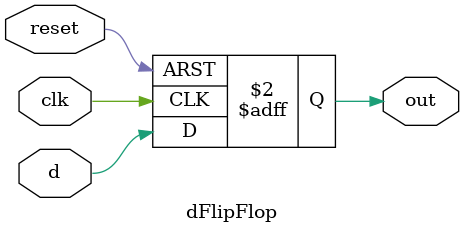
<source format=v>
module shiftRegister_32b(input [31:0] value, input in, load, clk,r,output [31:0] Q);
    wire [31:0]d;
    wire q0;
    /*wire clk;
    or (clk,clock,load);
    *///--------- MULTIPLEXORES PARA LA CARGA DE DATO ------
    mux m31 (value[0],Q[1],load,d[0]);
    mux m30 (value[1],Q[2],load,d[1]);
    mux m29 (value[2],Q[3],load,d[2]);
    mux m28 (value[3],Q[4],load,d[3]);
    mux m27 (value[4],Q[5],load,d[4]);
    mux m26 (value[5],Q[6],load,d[5]);
    mux m25 (value[6],Q[7],load,d[6]);
    mux m24 (value[7],Q[8],load,d[7]);
    mux m23 (value[8],Q[9],load,d[8]);
    mux m22 (value[9],Q[10],load,d[9]);
    mux m21 (value[10],Q[11],load,d[10]);
    mux m20 (value[11],Q[12],load,d[11]);
    mux m19 (value[12],Q[13],load,d[12]);
    mux m18 (value[13],Q[14],load,d[13]);
    mux m17 (value[14],Q[15],load,d[14]);
    mux m16 (value[15],Q[16],load,d[15]);
    mux m15 (value[16],Q[17],load,d[16]);
    mux m14 (value[17],Q[18],load,d[17]);
    mux m13 (value[18],Q[19],load,d[18]);
    mux m12 (value[19],Q[20],load,d[19]);
    mux m11 (value[20],Q[21],load,d[20]);
    mux m10 (value[21],Q[22],load,d[21]);
    mux m9 (value[22],Q[23],load,d[22]);
    mux m8 (value[23],Q[24],load,d[23]);
    mux m7 (value[24],Q[25],load,d[24]);
    mux m6 (value[25],Q[26],load,d[25]);
    mux m5 (value[26],Q[27],load,d[26]);
    mux m4 (value[27],Q[28],load,d[27]);
    mux m3 (value[28],Q[29],load,d[28]);
    mux m2 (value[29],Q[30],load,d[29]);
    mux m1 (value[30],Q[31],load,d[30]);
    mux m0 (value[31],in,load,d[31]);    

    //--------- FLIP FLOPS D -----------------------------
    dFlipFlop ff31(d[0],clk,r,Q[0]);
    dFlipFlop ff30(d[1],clk,r,Q[1]);
    dFlipFlop ff29(d[2],clk,r,Q[2]);
    dFlipFlop ff28(d[3],clk,r,Q[3]);
    dFlipFlop ff27(d[4],clk,r,Q[4]);
    dFlipFlop ff26(d[5],clk,r,Q[5]);
    dFlipFlop ff25(d[6],clk,r,Q[6]);
    dFlipFlop ff24(d[7],clk,r,Q[7]);
    dFlipFlop ff23(d[8],clk,r,Q[8]);
    dFlipFlop ff22(d[9],clk,r,Q[9]);
    dFlipFlop ff21(d[10],clk,r,Q[10]);
    dFlipFlop ff20(d[11],clk,r,Q[11]);
    dFlipFlop ff19(d[12],clk,r,Q[12]);
    dFlipFlop ff18(d[13],clk,r,Q[13]);
    dFlipFlop ff17(d[14],clk,r,Q[14]);
    dFlipFlop ff16(d[15],clk,r,Q[15]);
    dFlipFlop ff15(d[16],clk,r,Q[16]);
    dFlipFlop ff14(d[17],clk,r,Q[17]);
    dFlipFlop ff13(d[18],clk,r,Q[18]);
    dFlipFlop ff12(d[19],clk,r,Q[19]);
    dFlipFlop ff11(d[20],clk,r,Q[20]);
    dFlipFlop ff10(d[21],clk,r,Q[21]);
    dFlipFlop ff9(d[22],clk,r,Q[22]);
    dFlipFlop ff8(d[23],clk,r,Q[23]);
    dFlipFlop ff7(d[24],clk,r,Q[24]);
    dFlipFlop ff6(d[25],clk,r,Q[25]);
    dFlipFlop ff5(d[26],clk,r,Q[26]);
    dFlipFlop ff4(d[27],clk,r,Q[27]);
    dFlipFlop ff3(d[28],clk,r,Q[28]);
    dFlipFlop ff2(d[29],clk,r,Q[29]);
    dFlipFlop ff1(d[30],clk,r,Q[30]);
    dFlipFlop ff0(d[31],clk,r,Q[31]);
endmodule
/*
module shiftRegister_32b1(input [31:0] value, input in, load, clk,r,output [31:0] Q);
    wire [31:0]d;
    
    wire clk;
    or (clk,clock,load);
    ///--------- MULTIPLEXORES PARA LA CARGA DE DATO ------
    mux n31 (value[0],Q[1],load,d[0]);
    mux n30 (value[1],Q[2],load,d[1]);
    mux n29 (value[2],Q[3],load,d[2]);
    mux n28 (value[3],Q[4],load,d[3]);
    mux n27 (value[4],Q[5],load,d[4]);
    mux n26 (value[5],Q[6],load,d[5]);
    mux n25 (value[6],Q[7],load,d[6]);
    mux n24 (value[7],Q[8],load,d[7]);
    mux n23 (value[8],Q[9],load,d[8]);
    mux n22 (value[9],Q[10],load,d[9]);
    mux n21 (value[10],Q[11],load,d[10]);
    mux n20 (value[11],Q[12],load,d[11]);
    mux n19 (value[12],Q[13],load,d[12]);
    mux n18 (value[13],Q[14],load,d[13]);
    mux n17 (value[14],Q[15],load,d[14]);
    mux n16 (value[15],Q[16],load,d[15]);
    mux n15 (value[16],Q[17],load,d[16]);
    mux n14 (value[17],Q[18],load,d[17]);
    mux n13 (value[18],Q[19],load,d[18]);
    mux n12 (value[19],Q[20],load,d[19]);
    mux n11 (value[20],Q[21],load,d[20]);
    mux n10 (value[21],Q[22],load,d[21]);
    mux n9 (value[22],Q[23],load,d[22]);
    mux n8 (value[23],Q[24],load,d[23]);
    mux n7 (value[24],Q[25],load,d[24]);
    mux n6 (value[25],Q[26],load,d[25]);
    mux n5 (value[26],Q[27],load,d[26]);
    mux n4 (value[27],Q[28],load,d[27]);
    mux n3 (value[28],Q[29],load,d[28]);
    mux n2 (value[29],Q[30],load,d[29]);
    mux n1 (value[30],Q[31],load,d[30]);
    mux n0 (value[31],in,load,d[31]);
    //--------- FLIP FLOPS D -----------------------------
    dFlipFlop ffd31(d[0],clk,r,Q[0]);
    dFlipFlop ffd30(d[1],clk,r,Q[1]);
    dFlipFlop ffd29(d[2],clk,r,Q[2]);
    dFlipFlop ffd28(d[3],clk,r,Q[3]);
    dFlipFlop ffd27(d[4],clk,r,Q[4]);
    dFlipFlop ffd26(d[5],clk,r,Q[5]);
    dFlipFlop ffd25(d[6],clk,r,Q[6]);
    dFlipFlop ffd24(d[7],clk,r,Q[7]);
    dFlipFlop ffd23(d[8],clk,r,Q[8]);
    dFlipFlop ffd22(d[9],clk,r,Q[9]);
    dFlipFlop ffd21(d[10],clk,r,Q[10]);
    dFlipFlop ffd20(d[11],clk,r,Q[11]);
    dFlipFlop ffd19(d[12],clk,r,Q[12]);
    dFlipFlop ffd18(d[13],clk,r,Q[13]);
    dFlipFlop ffd17(d[14],clk,r,Q[14]);
    dFlipFlop ffd16(d[15],clk,r,Q[15]);
    dFlipFlop ffd15(d[16],clk,r,Q[16]);
    dFlipFlop ffd14(d[17],clk,r,Q[17]);
    dFlipFlop ffd13(d[18],clk,r,Q[18]);
    dFlipFlop ffd12(d[19],clk,r,Q[19]);
    dFlipFlop ffd11(d[20],clk,r,Q[20]);
    dFlipFlop ffd10(d[21],clk,r,Q[21]);
    dFlipFlop ffd9(d[22],clk,r,Q[22]);
    dFlipFlop ffd8(d[23],clk,r,Q[23]);
    dFlipFlop ffd7(d[24],clk,r,Q[24]);
    dFlipFlop ffd6(d[25],clk,r,Q[25]);
    dFlipFlop ffd5(d[26],clk,r,Q[26]);
    dFlipFlop ffd4(d[27],clk,r,Q[27]);
    dFlipFlop ffd3(d[28],clk,r,Q[28]);
    dFlipFlop ffd2(d[29],clk,r,Q[29]);
    dFlipFlop ffd1(d[30],clk,r,Q[30]);
    dFlipFlop ffd0(d[31],clk,r,Q[31]);
endmodule
*/

module shiftRegister_32b1(input [31:0] value, input in, load, clk,r,output [31:0] Q);
    wire [31:0]d;
    
    /*wire clk;
    or (clk,clock,load);
    *///--------- MULTIPLEXORES PARA LA CARGA DE DATO ------
    mux n31 (value[0],Q[1],load,d[0]);
    mux n30 (value[1],Q[2],load,d[1]);
    mux n29 (value[2],Q[3],load,d[2]);
    mux n28 (value[3],Q[4],load,d[3]);
    mux n27 (value[4],Q[5],load,d[4]);
    mux n26 (value[5],Q[6],load,d[5]);
    mux n25 (value[6],Q[7],load,d[6]);
    mux n24 (value[7],Q[8],load,d[7]);
    mux n23 (value[8],Q[9],load,d[8]);
    mux n22 (value[9],Q[10],load,d[9]);
    mux n21 (value[10],Q[11],load,d[10]);
    mux n20 (value[11],Q[12],load,d[11]);
    mux n19 (value[12],Q[13],load,d[12]);
    mux n18 (value[13],Q[14],load,d[13]);
    mux n17 (value[14],Q[15],load,d[14]);
    mux n16 (value[15],Q[16],load,d[15]);
    mux n15 (value[16],Q[17],load,d[16]);
    mux n14 (value[17],Q[18],load,d[17]);
    mux n13 (value[18],Q[19],load,d[18]);
    mux n12 (value[19],Q[20],load,d[19]);
    mux n11 (value[20],Q[21],load,d[20]);
    mux n10 (value[21],Q[22],load,d[21]);
    mux n9 (value[22],Q[23],load,d[22]);
    mux n8 (value[23],Q[24],load,d[23]);
    mux n7 (value[24],Q[25],load,d[24]);
    mux n6 (value[25],Q[26],load,d[25]);
    mux n5 (value[26],Q[27],load,d[26]);
    mux n4 (value[27],Q[28],load,d[27]);
    mux n3 (value[28],Q[29],load,d[28]);
    mux n2 (value[29],Q[30],load,d[29]);
    mux n1 (value[30],Q[31],load,d[30]);
    mux n0 (value[31],in,load,d[31]);
    //--------- FLIP FLOPS D -----------------------------
    dFlipFlop ffd31(d[0],clk,r,Q[0]);
    dFlipFlop ffd30(d[1],clk,r,Q[1]);
    dFlipFlop ffd29(d[2],clk,r,Q[2]);
    dFlipFlop ffd28(d[3],clk,r,Q[3]);
    dFlipFlop ffd27(d[4],clk,r,Q[4]);
    dFlipFlop ffd26(d[5],clk,r,Q[5]);
    dFlipFlop ffd25(d[6],clk,r,Q[6]);
    dFlipFlop ffd24(d[7],clk,r,Q[7]);
    dFlipFlop ffd23(d[8],clk,r,Q[8]);
    dFlipFlop ffd22(d[9],clk,r,Q[9]);
    dFlipFlop ffd21(d[10],clk,r,Q[10]);
    dFlipFlop ffd20(d[11],clk,r,Q[11]);
    dFlipFlop ffd19(d[12],clk,r,Q[12]);
    dFlipFlop ffd18(d[13],clk,r,Q[13]);
    dFlipFlop ffd17(d[14],clk,r,Q[14]);
    dFlipFlop ffd16(d[15],clk,r,Q[15]);
    dFlipFlop ffd15(d[16],clk,r,Q[16]);
    dFlipFlop ffd14(d[17],clk,r,Q[17]);
    dFlipFlop ffd13(d[18],clk,r,Q[18]);
    dFlipFlop ffd12(d[19],clk,r,Q[19]);
    dFlipFlop ffd11(d[20],clk,r,Q[20]);
    dFlipFlop ffd10(d[21],clk,r,Q[21]);
    dFlipFlop ffd9(d[22],clk,r,Q[22]);
    dFlipFlop ffd8(d[23],clk,r,Q[23]);
    dFlipFlop ffd7(d[24],clk,r,Q[24]);
    dFlipFlop ffd6(d[25],clk,r,Q[25]);
    dFlipFlop ffd5(d[26],clk,r,Q[26]);
    dFlipFlop ffd4(d[27],clk,r,Q[27]);
    dFlipFlop ffd3(d[28],clk,r,Q[28]);
    dFlipFlop ffd2(d[29],clk,r,Q[29]);
    dFlipFlop ffd1(d[30],clk,r,Q[30]);
    dFlipFlop ffd0(d[31],clk,r,Q[31]);
endmodule

// revierte el orden de un bus de datos
module invert(input [31:0] b, output[31:0] a );

    buf (a[0],b[31]);
    buf (a[1],b[30]);
    buf (a[2],b[29]);
    buf (a[3],b[28]);
    buf (a[4],b[27]);
    buf (a[5],b[26]);
    buf (a[6],b[25]);
    buf (a[7],b[24]);
    buf (a[8],b[23]);
    buf (a[9],b[22]);
    buf (a[10],b[21]);
    buf (a[11],b[20]);
    buf (a[12],b[19]);
    buf (a[13],b[18]);
    buf (a[14],b[17]);
    buf (a[15],b[16]);
    buf (a[16],b[15]);
    buf (a[17],b[14]);
    buf (a[18],b[13]);
    buf (a[19],b[12]);
    buf (a[20],b[11]);
    buf (a[21],b[10]);
    buf (a[22],b[9]);
    buf (a[23],b[8]);
    buf (a[24],b[7]);
    buf (a[25],b[6]);
    buf (a[26],b[5]);
    buf (a[27],b[4]);
    buf (a[28],b[3]);
    buf (a[29],b[2]);
    buf (a[30],b[1]);
    buf (a[31],b[0]);

endmodule

module mux(input d1,d0,s, output out);

       wire [3:0] w;
       not (w[0],s);

       and (w[1],d0,w[0]);
       and (w[2],d1,s);

       or (out,w[1],w[2]);
endmodule

module dFlipFlop(input d, clk, reset, output reg out);

    always@(negedge clk, posedge reset) begin
        if (reset) out <= 0;
        else out<= d;
    end

endmodule

</source>
